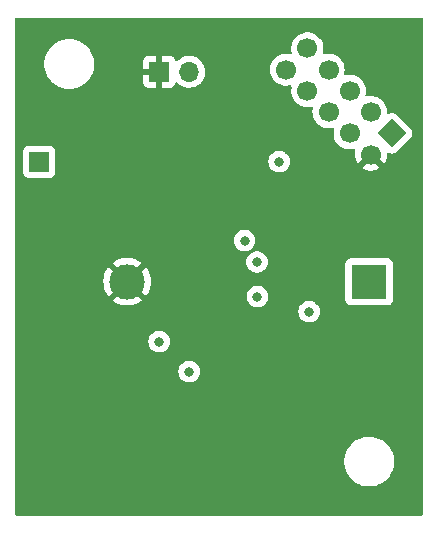
<source format=gbr>
%TF.GenerationSoftware,KiCad,Pcbnew,6.0.9-8da3e8f707~117~ubuntu22.04.1*%
%TF.CreationDate,2022-11-29T09:47:06-05:00*%
%TF.ProjectId,RFTransmitterV3,52465472-616e-4736-9d69-747465725633,rev?*%
%TF.SameCoordinates,Original*%
%TF.FileFunction,Copper,L2,Inr*%
%TF.FilePolarity,Positive*%
%FSLAX46Y46*%
G04 Gerber Fmt 4.6, Leading zero omitted, Abs format (unit mm)*
G04 Created by KiCad (PCBNEW 6.0.9-8da3e8f707~117~ubuntu22.04.1) date 2022-11-29 09:47:06*
%MOMM*%
%LPD*%
G01*
G04 APERTURE LIST*
G04 Aperture macros list*
%AMHorizOval*
0 Thick line with rounded ends*
0 $1 width*
0 $2 $3 position (X,Y) of the first rounded end (center of the circle)*
0 $4 $5 position (X,Y) of the second rounded end (center of the circle)*
0 Add line between two ends*
20,1,$1,$2,$3,$4,$5,0*
0 Add two circle primitives to create the rounded ends*
1,1,$1,$2,$3*
1,1,$1,$4,$5*%
%AMRotRect*
0 Rectangle, with rotation*
0 The origin of the aperture is its center*
0 $1 length*
0 $2 width*
0 $3 Rotation angle, in degrees counterclockwise*
0 Add horizontal line*
21,1,$1,$2,0,0,$3*%
G04 Aperture macros list end*
%TA.AperFunction,ComponentPad*%
%ADD10RotRect,1.700000X1.700000X225.000000*%
%TD*%
%TA.AperFunction,ComponentPad*%
%ADD11HorizOval,1.700000X0.000000X0.000000X0.000000X0.000000X0*%
%TD*%
%TA.AperFunction,ComponentPad*%
%ADD12R,1.700000X1.700000*%
%TD*%
%TA.AperFunction,ComponentPad*%
%ADD13O,1.700000X1.700000*%
%TD*%
%TA.AperFunction,ComponentPad*%
%ADD14R,3.000000X3.000000*%
%TD*%
%TA.AperFunction,ComponentPad*%
%ADD15C,3.000000*%
%TD*%
%TA.AperFunction,ViaPad*%
%ADD16C,0.800000*%
%TD*%
G04 APERTURE END LIST*
D10*
%TO.N,unconnected-(J1-Pad1)*%
%TO.C,PROG*%
X151810129Y-73807006D03*
D11*
%TO.N,GND*%
X150014078Y-75603057D03*
%TO.N,unconnected-(J1-Pad3)*%
X150014078Y-72010955D03*
%TO.N,/C2DAT*%
X148218027Y-73807006D03*
%TO.N,unconnected-(J1-Pad5)*%
X148218027Y-70214904D03*
%TO.N,unconnected-(J1-Pad6)*%
X146421975Y-72010955D03*
%TO.N,/C2CLK*%
X146421975Y-68418852D03*
%TO.N,unconnected-(J1-Pad8)*%
X144625924Y-70214904D03*
%TO.N,unconnected-(J1-Pad9)*%
X144625924Y-66622801D03*
%TO.N,unconnected-(J1-Pad10)*%
X142829873Y-68418852D03*
%TD*%
D12*
%TO.N,GND*%
%TO.C,J3*%
X132080000Y-68580000D03*
D13*
%TO.N,/VPP*%
X134620000Y-68580000D03*
%TD*%
D12*
%TO.N,Net-(AE1-Pad1)*%
%TO.C,AE1*%
X121920000Y-76200000D03*
%TD*%
D14*
%TO.N,+3V3*%
%TO.C,BT1*%
X149860000Y-86360000D03*
D15*
%TO.N,GND*%
X129370000Y-86360000D03*
%TD*%
D16*
%TO.N,+3V3*%
X134620000Y-93980000D03*
%TO.N,GND*%
X152400000Y-91440000D03*
X134620000Y-83820000D03*
%TO.N,/C2CLK*%
X140391683Y-87628048D03*
%TO.N,/C2DAT*%
X144780000Y-88900000D03*
%TO.N,GPIO3*%
X142240000Y-76200000D03*
X140361215Y-84695664D03*
%TO.N,GPIO8*%
X132080000Y-91440000D03*
X139306844Y-82890723D03*
%TD*%
%TA.AperFunction,Conductor*%
%TO.N,GND*%
G36*
X154373621Y-64028502D02*
G01*
X154420114Y-64082158D01*
X154431500Y-64134500D01*
X154431500Y-106045500D01*
X154411498Y-106113621D01*
X154357842Y-106160114D01*
X154305500Y-106171500D01*
X120014500Y-106171500D01*
X119946379Y-106151498D01*
X119899886Y-106097842D01*
X119888500Y-106045500D01*
X119888500Y-101732703D01*
X147750743Y-101732703D01*
X147788268Y-102017734D01*
X147864129Y-102295036D01*
X147976923Y-102559476D01*
X148124561Y-102806161D01*
X148304313Y-103030528D01*
X148512851Y-103228423D01*
X148746317Y-103396186D01*
X148750112Y-103398195D01*
X148750113Y-103398196D01*
X148771869Y-103409715D01*
X149000392Y-103530712D01*
X149270373Y-103629511D01*
X149551264Y-103690755D01*
X149579841Y-103693004D01*
X149774282Y-103708307D01*
X149774291Y-103708307D01*
X149776739Y-103708500D01*
X149932271Y-103708500D01*
X149934407Y-103708354D01*
X149934418Y-103708354D01*
X150142548Y-103694165D01*
X150142554Y-103694164D01*
X150146825Y-103693873D01*
X150151020Y-103693004D01*
X150151022Y-103693004D01*
X150287584Y-103664723D01*
X150428342Y-103635574D01*
X150699343Y-103539607D01*
X150954812Y-103407750D01*
X150958313Y-103405289D01*
X150958317Y-103405287D01*
X151072417Y-103325096D01*
X151190023Y-103242441D01*
X151400622Y-103046740D01*
X151582713Y-102824268D01*
X151732927Y-102579142D01*
X151848483Y-102315898D01*
X151927244Y-102039406D01*
X151967751Y-101754784D01*
X151967845Y-101736951D01*
X151969235Y-101471583D01*
X151969235Y-101471576D01*
X151969257Y-101467297D01*
X151931732Y-101182266D01*
X151855871Y-100904964D01*
X151743077Y-100640524D01*
X151595439Y-100393839D01*
X151415687Y-100169472D01*
X151207149Y-99971577D01*
X150973683Y-99803814D01*
X150951843Y-99792250D01*
X150928654Y-99779972D01*
X150719608Y-99669288D01*
X150449627Y-99570489D01*
X150168736Y-99509245D01*
X150137685Y-99506801D01*
X149945718Y-99491693D01*
X149945709Y-99491693D01*
X149943261Y-99491500D01*
X149787729Y-99491500D01*
X149785593Y-99491646D01*
X149785582Y-99491646D01*
X149577452Y-99505835D01*
X149577446Y-99505836D01*
X149573175Y-99506127D01*
X149568980Y-99506996D01*
X149568978Y-99506996D01*
X149432416Y-99535277D01*
X149291658Y-99564426D01*
X149020657Y-99660393D01*
X148765188Y-99792250D01*
X148761687Y-99794711D01*
X148761683Y-99794713D01*
X148751594Y-99801804D01*
X148529977Y-99957559D01*
X148319378Y-100153260D01*
X148137287Y-100375732D01*
X147987073Y-100620858D01*
X147871517Y-100884102D01*
X147792756Y-101160594D01*
X147752249Y-101445216D01*
X147752227Y-101449505D01*
X147752226Y-101449512D01*
X147750765Y-101728417D01*
X147750743Y-101732703D01*
X119888500Y-101732703D01*
X119888500Y-93980000D01*
X133706496Y-93980000D01*
X133726458Y-94169928D01*
X133785473Y-94351556D01*
X133880960Y-94516944D01*
X134008747Y-94658866D01*
X134163248Y-94771118D01*
X134169276Y-94773802D01*
X134169278Y-94773803D01*
X134331681Y-94846109D01*
X134337712Y-94848794D01*
X134431113Y-94868647D01*
X134518056Y-94887128D01*
X134518061Y-94887128D01*
X134524513Y-94888500D01*
X134715487Y-94888500D01*
X134721939Y-94887128D01*
X134721944Y-94887128D01*
X134808888Y-94868647D01*
X134902288Y-94848794D01*
X134908319Y-94846109D01*
X135070722Y-94773803D01*
X135070724Y-94773802D01*
X135076752Y-94771118D01*
X135231253Y-94658866D01*
X135359040Y-94516944D01*
X135454527Y-94351556D01*
X135513542Y-94169928D01*
X135533504Y-93980000D01*
X135513542Y-93790072D01*
X135454527Y-93608444D01*
X135359040Y-93443056D01*
X135231253Y-93301134D01*
X135076752Y-93188882D01*
X135070724Y-93186198D01*
X135070722Y-93186197D01*
X134908319Y-93113891D01*
X134908318Y-93113891D01*
X134902288Y-93111206D01*
X134808887Y-93091353D01*
X134721944Y-93072872D01*
X134721939Y-93072872D01*
X134715487Y-93071500D01*
X134524513Y-93071500D01*
X134518061Y-93072872D01*
X134518056Y-93072872D01*
X134431113Y-93091353D01*
X134337712Y-93111206D01*
X134331682Y-93113891D01*
X134331681Y-93113891D01*
X134169278Y-93186197D01*
X134169276Y-93186198D01*
X134163248Y-93188882D01*
X134008747Y-93301134D01*
X133880960Y-93443056D01*
X133785473Y-93608444D01*
X133726458Y-93790072D01*
X133706496Y-93980000D01*
X119888500Y-93980000D01*
X119888500Y-91440000D01*
X131166496Y-91440000D01*
X131186458Y-91629928D01*
X131245473Y-91811556D01*
X131340960Y-91976944D01*
X131468747Y-92118866D01*
X131623248Y-92231118D01*
X131629276Y-92233802D01*
X131629278Y-92233803D01*
X131791681Y-92306109D01*
X131797712Y-92308794D01*
X131891112Y-92328647D01*
X131978056Y-92347128D01*
X131978061Y-92347128D01*
X131984513Y-92348500D01*
X132175487Y-92348500D01*
X132181939Y-92347128D01*
X132181944Y-92347128D01*
X132268888Y-92328647D01*
X132362288Y-92308794D01*
X132368319Y-92306109D01*
X132530722Y-92233803D01*
X132530724Y-92233802D01*
X132536752Y-92231118D01*
X132691253Y-92118866D01*
X132819040Y-91976944D01*
X132914527Y-91811556D01*
X132973542Y-91629928D01*
X132993504Y-91440000D01*
X132973542Y-91250072D01*
X132914527Y-91068444D01*
X132819040Y-90903056D01*
X132691253Y-90761134D01*
X132536752Y-90648882D01*
X132530724Y-90646198D01*
X132530722Y-90646197D01*
X132368319Y-90573891D01*
X132368318Y-90573891D01*
X132362288Y-90571206D01*
X132268887Y-90551353D01*
X132181944Y-90532872D01*
X132181939Y-90532872D01*
X132175487Y-90531500D01*
X131984513Y-90531500D01*
X131978061Y-90532872D01*
X131978056Y-90532872D01*
X131891113Y-90551353D01*
X131797712Y-90571206D01*
X131791682Y-90573891D01*
X131791681Y-90573891D01*
X131629278Y-90646197D01*
X131629276Y-90646198D01*
X131623248Y-90648882D01*
X131468747Y-90761134D01*
X131340960Y-90903056D01*
X131245473Y-91068444D01*
X131186458Y-91250072D01*
X131166496Y-91440000D01*
X119888500Y-91440000D01*
X119888500Y-88900000D01*
X143866496Y-88900000D01*
X143886458Y-89089928D01*
X143945473Y-89271556D01*
X144040960Y-89436944D01*
X144168747Y-89578866D01*
X144323248Y-89691118D01*
X144329276Y-89693802D01*
X144329278Y-89693803D01*
X144491681Y-89766109D01*
X144497712Y-89768794D01*
X144591112Y-89788647D01*
X144678056Y-89807128D01*
X144678061Y-89807128D01*
X144684513Y-89808500D01*
X144875487Y-89808500D01*
X144881939Y-89807128D01*
X144881944Y-89807128D01*
X144968887Y-89788647D01*
X145062288Y-89768794D01*
X145068319Y-89766109D01*
X145230722Y-89693803D01*
X145230724Y-89693802D01*
X145236752Y-89691118D01*
X145391253Y-89578866D01*
X145519040Y-89436944D01*
X145614527Y-89271556D01*
X145673542Y-89089928D01*
X145693504Y-88900000D01*
X145673542Y-88710072D01*
X145614527Y-88528444D01*
X145519040Y-88363056D01*
X145466973Y-88305229D01*
X145395675Y-88226045D01*
X145395674Y-88226044D01*
X145391253Y-88221134D01*
X145292157Y-88149136D01*
X145242094Y-88112763D01*
X145242093Y-88112762D01*
X145236752Y-88108882D01*
X145230724Y-88106198D01*
X145230722Y-88106197D01*
X145068319Y-88033891D01*
X145068318Y-88033891D01*
X145062288Y-88031206D01*
X144940538Y-88005327D01*
X144881944Y-87992872D01*
X144881939Y-87992872D01*
X144875487Y-87991500D01*
X144684513Y-87991500D01*
X144678061Y-87992872D01*
X144678056Y-87992872D01*
X144619462Y-88005327D01*
X144497712Y-88031206D01*
X144491682Y-88033891D01*
X144491681Y-88033891D01*
X144329278Y-88106197D01*
X144329276Y-88106198D01*
X144323248Y-88108882D01*
X144317907Y-88112762D01*
X144317906Y-88112763D01*
X144267843Y-88149136D01*
X144168747Y-88221134D01*
X144164326Y-88226044D01*
X144164325Y-88226045D01*
X144093028Y-88305229D01*
X144040960Y-88363056D01*
X143945473Y-88528444D01*
X143886458Y-88710072D01*
X143866496Y-88900000D01*
X119888500Y-88900000D01*
X119888500Y-87949654D01*
X128145618Y-87949654D01*
X128152673Y-87959627D01*
X128183679Y-87985551D01*
X128190598Y-87990579D01*
X128415272Y-88131515D01*
X128422807Y-88135556D01*
X128664520Y-88244694D01*
X128672551Y-88247680D01*
X128926832Y-88323002D01*
X128935184Y-88324869D01*
X129197340Y-88364984D01*
X129205874Y-88365700D01*
X129471045Y-88369867D01*
X129479596Y-88369418D01*
X129742883Y-88337557D01*
X129751284Y-88335955D01*
X130007824Y-88268653D01*
X130015926Y-88265926D01*
X130260949Y-88164434D01*
X130268617Y-88160628D01*
X130497598Y-88026822D01*
X130504679Y-88022009D01*
X130584655Y-87959301D01*
X130593125Y-87947442D01*
X130586608Y-87935818D01*
X130278838Y-87628048D01*
X139478179Y-87628048D01*
X139498141Y-87817976D01*
X139557156Y-87999604D01*
X139560459Y-88005326D01*
X139560460Y-88005327D01*
X139572870Y-88026822D01*
X139652643Y-88164992D01*
X139657061Y-88169899D01*
X139657062Y-88169900D01*
X139743524Y-88265926D01*
X139780430Y-88306914D01*
X139934931Y-88419166D01*
X139940959Y-88421850D01*
X139940961Y-88421851D01*
X140103364Y-88494157D01*
X140109395Y-88496842D01*
X140202796Y-88516695D01*
X140289739Y-88535176D01*
X140289744Y-88535176D01*
X140296196Y-88536548D01*
X140487170Y-88536548D01*
X140493622Y-88535176D01*
X140493627Y-88535176D01*
X140580570Y-88516695D01*
X140673971Y-88496842D01*
X140680002Y-88494157D01*
X140842405Y-88421851D01*
X140842407Y-88421850D01*
X140848435Y-88419166D01*
X141002936Y-88306914D01*
X141039842Y-88265926D01*
X141126304Y-88169900D01*
X141126305Y-88169899D01*
X141130723Y-88164992D01*
X141210496Y-88026822D01*
X141222906Y-88005327D01*
X141222907Y-88005326D01*
X141226210Y-87999604D01*
X141255931Y-87908134D01*
X147851500Y-87908134D01*
X147858255Y-87970316D01*
X147909385Y-88106705D01*
X147996739Y-88223261D01*
X148113295Y-88310615D01*
X148249684Y-88361745D01*
X148311866Y-88368500D01*
X151408134Y-88368500D01*
X151470316Y-88361745D01*
X151606705Y-88310615D01*
X151723261Y-88223261D01*
X151810615Y-88106705D01*
X151861745Y-87970316D01*
X151868500Y-87908134D01*
X151868500Y-84811866D01*
X151861745Y-84749684D01*
X151810615Y-84613295D01*
X151723261Y-84496739D01*
X151606705Y-84409385D01*
X151470316Y-84358255D01*
X151408134Y-84351500D01*
X148311866Y-84351500D01*
X148249684Y-84358255D01*
X148113295Y-84409385D01*
X147996739Y-84496739D01*
X147909385Y-84613295D01*
X147858255Y-84749684D01*
X147851500Y-84811866D01*
X147851500Y-87908134D01*
X141255931Y-87908134D01*
X141285225Y-87817976D01*
X141305187Y-87628048D01*
X141285225Y-87438120D01*
X141226210Y-87256492D01*
X141130723Y-87091104D01*
X141002936Y-86949182D01*
X140848435Y-86836930D01*
X140842407Y-86834246D01*
X140842405Y-86834245D01*
X140680002Y-86761939D01*
X140680001Y-86761939D01*
X140673971Y-86759254D01*
X140580571Y-86739401D01*
X140493627Y-86720920D01*
X140493622Y-86720920D01*
X140487170Y-86719548D01*
X140296196Y-86719548D01*
X140289744Y-86720920D01*
X140289739Y-86720920D01*
X140202795Y-86739401D01*
X140109395Y-86759254D01*
X140103365Y-86761939D01*
X140103364Y-86761939D01*
X139940961Y-86834245D01*
X139940959Y-86834246D01*
X139934931Y-86836930D01*
X139780430Y-86949182D01*
X139652643Y-87091104D01*
X139557156Y-87256492D01*
X139498141Y-87438120D01*
X139478179Y-87628048D01*
X130278838Y-87628048D01*
X129382812Y-86732022D01*
X129368868Y-86724408D01*
X129367035Y-86724539D01*
X129360420Y-86728790D01*
X128152910Y-87936300D01*
X128145618Y-87949654D01*
X119888500Y-87949654D01*
X119888500Y-86343204D01*
X127357665Y-86343204D01*
X127372932Y-86607969D01*
X127374005Y-86616470D01*
X127425065Y-86876722D01*
X127427276Y-86884974D01*
X127513184Y-87135894D01*
X127516499Y-87143779D01*
X127635664Y-87380713D01*
X127640020Y-87388079D01*
X127769347Y-87576250D01*
X127779601Y-87584594D01*
X127793342Y-87577448D01*
X128997978Y-86372812D01*
X129004356Y-86361132D01*
X129734408Y-86361132D01*
X129734539Y-86362965D01*
X129738790Y-86369580D01*
X130945730Y-87576520D01*
X130957939Y-87583187D01*
X130969439Y-87574497D01*
X131066831Y-87441913D01*
X131071418Y-87434685D01*
X131197962Y-87201621D01*
X131201530Y-87193827D01*
X131295271Y-86945750D01*
X131297748Y-86937544D01*
X131356954Y-86679038D01*
X131358294Y-86670577D01*
X131382031Y-86404616D01*
X131382277Y-86399677D01*
X131382666Y-86362485D01*
X131382523Y-86357519D01*
X131364362Y-86091123D01*
X131363201Y-86082649D01*
X131309419Y-85822944D01*
X131307120Y-85814709D01*
X131218588Y-85564705D01*
X131215191Y-85556854D01*
X131093550Y-85321178D01*
X131089122Y-85313866D01*
X130970031Y-85144417D01*
X130959509Y-85136037D01*
X130946121Y-85143089D01*
X129742022Y-86347188D01*
X129734408Y-86361132D01*
X129004356Y-86361132D01*
X129005592Y-86358868D01*
X129005461Y-86357035D01*
X129001210Y-86350420D01*
X127793814Y-85143024D01*
X127781804Y-85136466D01*
X127770064Y-85145434D01*
X127661935Y-85295911D01*
X127657418Y-85303196D01*
X127533325Y-85537567D01*
X127529839Y-85545395D01*
X127438700Y-85794446D01*
X127436311Y-85802670D01*
X127379812Y-86061795D01*
X127378563Y-86070250D01*
X127357754Y-86334653D01*
X127357665Y-86343204D01*
X119888500Y-86343204D01*
X119888500Y-84772500D01*
X128146584Y-84772500D01*
X128152980Y-84783770D01*
X129357188Y-85987978D01*
X129371132Y-85995592D01*
X129372965Y-85995461D01*
X129379580Y-85991210D01*
X130586604Y-84784186D01*
X130593795Y-84771017D01*
X130586473Y-84760780D01*
X130539233Y-84722115D01*
X130532261Y-84717160D01*
X130497183Y-84695664D01*
X139447711Y-84695664D01*
X139448401Y-84702229D01*
X139454513Y-84760377D01*
X139467673Y-84885592D01*
X139526688Y-85067220D01*
X139622175Y-85232608D01*
X139749962Y-85374530D01*
X139904463Y-85486782D01*
X139910491Y-85489466D01*
X139910493Y-85489467D01*
X140061848Y-85556854D01*
X140078927Y-85564458D01*
X140172327Y-85584311D01*
X140259271Y-85602792D01*
X140259276Y-85602792D01*
X140265728Y-85604164D01*
X140456702Y-85604164D01*
X140463154Y-85602792D01*
X140463159Y-85602792D01*
X140550102Y-85584311D01*
X140643503Y-85564458D01*
X140660582Y-85556854D01*
X140811937Y-85489467D01*
X140811939Y-85489466D01*
X140817967Y-85486782D01*
X140972468Y-85374530D01*
X141100255Y-85232608D01*
X141195742Y-85067220D01*
X141254757Y-84885592D01*
X141267918Y-84760377D01*
X141274029Y-84702229D01*
X141274719Y-84695664D01*
X141274029Y-84689099D01*
X141255447Y-84512299D01*
X141255447Y-84512297D01*
X141254757Y-84505736D01*
X141195742Y-84324108D01*
X141100255Y-84158720D01*
X140972468Y-84016798D01*
X140817967Y-83904546D01*
X140811939Y-83901862D01*
X140811937Y-83901861D01*
X140649534Y-83829555D01*
X140649533Y-83829555D01*
X140643503Y-83826870D01*
X140550103Y-83807017D01*
X140463159Y-83788536D01*
X140463154Y-83788536D01*
X140456702Y-83787164D01*
X140265728Y-83787164D01*
X140259276Y-83788536D01*
X140259271Y-83788536D01*
X140172327Y-83807017D01*
X140078927Y-83826870D01*
X140072897Y-83829555D01*
X140072896Y-83829555D01*
X139910493Y-83901861D01*
X139910491Y-83901862D01*
X139904463Y-83904546D01*
X139749962Y-84016798D01*
X139622175Y-84158720D01*
X139526688Y-84324108D01*
X139467673Y-84505736D01*
X139466983Y-84512297D01*
X139466983Y-84512299D01*
X139448401Y-84689099D01*
X139447711Y-84695664D01*
X130497183Y-84695664D01*
X130306122Y-84578582D01*
X130298552Y-84574624D01*
X130055704Y-84468022D01*
X130047644Y-84465120D01*
X129792592Y-84392467D01*
X129784214Y-84390685D01*
X129521656Y-84353318D01*
X129513111Y-84352691D01*
X129247908Y-84351302D01*
X129239374Y-84351839D01*
X128976433Y-84386456D01*
X128968035Y-84388149D01*
X128712238Y-84458127D01*
X128704143Y-84460946D01*
X128460199Y-84564997D01*
X128452577Y-84568881D01*
X128225013Y-84705075D01*
X128217981Y-84709962D01*
X128155053Y-84760377D01*
X128146584Y-84772500D01*
X119888500Y-84772500D01*
X119888500Y-82890723D01*
X138393340Y-82890723D01*
X138413302Y-83080651D01*
X138472317Y-83262279D01*
X138567804Y-83427667D01*
X138695591Y-83569589D01*
X138850092Y-83681841D01*
X138856120Y-83684525D01*
X138856122Y-83684526D01*
X139018525Y-83756832D01*
X139024556Y-83759517D01*
X139117957Y-83779370D01*
X139204900Y-83797851D01*
X139204905Y-83797851D01*
X139211357Y-83799223D01*
X139402331Y-83799223D01*
X139408783Y-83797851D01*
X139408788Y-83797851D01*
X139495731Y-83779370D01*
X139589132Y-83759517D01*
X139595163Y-83756832D01*
X139757566Y-83684526D01*
X139757568Y-83684525D01*
X139763596Y-83681841D01*
X139918097Y-83569589D01*
X140045884Y-83427667D01*
X140141371Y-83262279D01*
X140200386Y-83080651D01*
X140220348Y-82890723D01*
X140200386Y-82700795D01*
X140141371Y-82519167D01*
X140045884Y-82353779D01*
X139918097Y-82211857D01*
X139763596Y-82099605D01*
X139757568Y-82096921D01*
X139757566Y-82096920D01*
X139595163Y-82024614D01*
X139595162Y-82024614D01*
X139589132Y-82021929D01*
X139495731Y-82002076D01*
X139408788Y-81983595D01*
X139408783Y-81983595D01*
X139402331Y-81982223D01*
X139211357Y-81982223D01*
X139204905Y-81983595D01*
X139204900Y-81983595D01*
X139117957Y-82002076D01*
X139024556Y-82021929D01*
X139018526Y-82024614D01*
X139018525Y-82024614D01*
X138856122Y-82096920D01*
X138856120Y-82096921D01*
X138850092Y-82099605D01*
X138695591Y-82211857D01*
X138567804Y-82353779D01*
X138472317Y-82519167D01*
X138413302Y-82700795D01*
X138393340Y-82890723D01*
X119888500Y-82890723D01*
X119888500Y-77098134D01*
X120561500Y-77098134D01*
X120568255Y-77160316D01*
X120619385Y-77296705D01*
X120706739Y-77413261D01*
X120823295Y-77500615D01*
X120959684Y-77551745D01*
X121021866Y-77558500D01*
X122818134Y-77558500D01*
X122880316Y-77551745D01*
X123016705Y-77500615D01*
X123133261Y-77413261D01*
X123220615Y-77296705D01*
X123271745Y-77160316D01*
X123278500Y-77098134D01*
X123278500Y-76200000D01*
X141326496Y-76200000D01*
X141327186Y-76206565D01*
X141342716Y-76354321D01*
X141346458Y-76389928D01*
X141405473Y-76571556D01*
X141500960Y-76736944D01*
X141505378Y-76741851D01*
X141505379Y-76741852D01*
X141624325Y-76873955D01*
X141628747Y-76878866D01*
X141783248Y-76991118D01*
X141789276Y-76993802D01*
X141789278Y-76993803D01*
X141951681Y-77066109D01*
X141957712Y-77068794D01*
X142051113Y-77088647D01*
X142138056Y-77107128D01*
X142138061Y-77107128D01*
X142144513Y-77108500D01*
X142335487Y-77108500D01*
X142341939Y-77107128D01*
X142341944Y-77107128D01*
X142428887Y-77088647D01*
X142522288Y-77068794D01*
X142528319Y-77066109D01*
X142690722Y-76993803D01*
X142690724Y-76993802D01*
X142696752Y-76991118D01*
X142851253Y-76878866D01*
X142855675Y-76873955D01*
X142974621Y-76741852D01*
X142974622Y-76741851D01*
X142979040Y-76736944D01*
X142984256Y-76727910D01*
X149254055Y-76727910D01*
X149259336Y-76734964D01*
X149420834Y-76829336D01*
X149430120Y-76833786D01*
X149629079Y-76909760D01*
X149638977Y-76912636D01*
X149847673Y-76955095D01*
X149857901Y-76956314D01*
X150070728Y-76964119D01*
X150081014Y-76963652D01*
X150292263Y-76936591D01*
X150302340Y-76934449D01*
X150506333Y-76873248D01*
X150515920Y-76869490D01*
X150707176Y-76775795D01*
X150716022Y-76770522D01*
X150763325Y-76736780D01*
X150771726Y-76726080D01*
X150764738Y-76712927D01*
X150026890Y-75975079D01*
X150012946Y-75967465D01*
X150011113Y-75967596D01*
X150004498Y-75971847D01*
X149260815Y-76715530D01*
X149254055Y-76727910D01*
X142984256Y-76727910D01*
X143074527Y-76571556D01*
X143133542Y-76389928D01*
X143137285Y-76354321D01*
X143152814Y-76206565D01*
X143153504Y-76200000D01*
X143133542Y-76010072D01*
X143074527Y-75828444D01*
X142979040Y-75663056D01*
X142851253Y-75521134D01*
X142742170Y-75441880D01*
X142702094Y-75412763D01*
X142702093Y-75412762D01*
X142696752Y-75408882D01*
X142690724Y-75406198D01*
X142690722Y-75406197D01*
X142528319Y-75333891D01*
X142528318Y-75333891D01*
X142522288Y-75331206D01*
X142400331Y-75305283D01*
X142341944Y-75292872D01*
X142341939Y-75292872D01*
X142335487Y-75291500D01*
X142144513Y-75291500D01*
X142138061Y-75292872D01*
X142138056Y-75292872D01*
X142079669Y-75305283D01*
X141957712Y-75331206D01*
X141951682Y-75333891D01*
X141951681Y-75333891D01*
X141789278Y-75406197D01*
X141789276Y-75406198D01*
X141783248Y-75408882D01*
X141777907Y-75412762D01*
X141777906Y-75412763D01*
X141737830Y-75441880D01*
X141628747Y-75521134D01*
X141500960Y-75663056D01*
X141405473Y-75828444D01*
X141346458Y-76010072D01*
X141326496Y-76200000D01*
X123278500Y-76200000D01*
X123278500Y-75301866D01*
X123271745Y-75239684D01*
X123220615Y-75103295D01*
X123133261Y-74986739D01*
X123016705Y-74899385D01*
X122880316Y-74848255D01*
X122818134Y-74841500D01*
X121021866Y-74841500D01*
X120959684Y-74848255D01*
X120823295Y-74899385D01*
X120706739Y-74986739D01*
X120619385Y-75103295D01*
X120568255Y-75239684D01*
X120561500Y-75301866D01*
X120561500Y-77098134D01*
X119888500Y-77098134D01*
X119888500Y-68077703D01*
X122350743Y-68077703D01*
X122351302Y-68081947D01*
X122351302Y-68081951D01*
X122361372Y-68158440D01*
X122388268Y-68362734D01*
X122464129Y-68640036D01*
X122465813Y-68643984D01*
X122573723Y-68896973D01*
X122576923Y-68904476D01*
X122617066Y-68971550D01*
X122680180Y-69077005D01*
X122724561Y-69151161D01*
X122904313Y-69375528D01*
X122924475Y-69394661D01*
X123097602Y-69558952D01*
X123112851Y-69573423D01*
X123346317Y-69741186D01*
X123350112Y-69743195D01*
X123350113Y-69743196D01*
X123368397Y-69752877D01*
X123600392Y-69875712D01*
X123699234Y-69911883D01*
X123815677Y-69954495D01*
X123870373Y-69974511D01*
X124151264Y-70035755D01*
X124179841Y-70038004D01*
X124374282Y-70053307D01*
X124374291Y-70053307D01*
X124376739Y-70053500D01*
X124532271Y-70053500D01*
X124534407Y-70053354D01*
X124534418Y-70053354D01*
X124742548Y-70039165D01*
X124742554Y-70039164D01*
X124746825Y-70038873D01*
X124751020Y-70038004D01*
X124751022Y-70038004D01*
X124946966Y-69997426D01*
X125028342Y-69980574D01*
X125299343Y-69884607D01*
X125502115Y-69779949D01*
X125551005Y-69754715D01*
X125551006Y-69754715D01*
X125554812Y-69752750D01*
X125558313Y-69750289D01*
X125558317Y-69750287D01*
X125687897Y-69659216D01*
X125790023Y-69587441D01*
X125911380Y-69474669D01*
X130722001Y-69474669D01*
X130722371Y-69481490D01*
X130727895Y-69532352D01*
X130731521Y-69547604D01*
X130776676Y-69668054D01*
X130785214Y-69683649D01*
X130861715Y-69785724D01*
X130874276Y-69798285D01*
X130976351Y-69874786D01*
X130991946Y-69883324D01*
X131112394Y-69928478D01*
X131127649Y-69932105D01*
X131178514Y-69937631D01*
X131185328Y-69938000D01*
X131807885Y-69938000D01*
X131823124Y-69933525D01*
X131824329Y-69932135D01*
X131826000Y-69924452D01*
X131826000Y-69919884D01*
X132334000Y-69919884D01*
X132338475Y-69935123D01*
X132339865Y-69936328D01*
X132347548Y-69937999D01*
X132974669Y-69937999D01*
X132981490Y-69937629D01*
X133032352Y-69932105D01*
X133047604Y-69928479D01*
X133168054Y-69883324D01*
X133183649Y-69874786D01*
X133285724Y-69798285D01*
X133298285Y-69785724D01*
X133374786Y-69683649D01*
X133383324Y-69668054D01*
X133424225Y-69558952D01*
X133466867Y-69502188D01*
X133533428Y-69477488D01*
X133602777Y-69492696D01*
X133637444Y-69520684D01*
X133662865Y-69550031D01*
X133662869Y-69550035D01*
X133666250Y-69553938D01*
X133838126Y-69696632D01*
X134031000Y-69809338D01*
X134239692Y-69889030D01*
X134244760Y-69890061D01*
X134244763Y-69890062D01*
X134352017Y-69911883D01*
X134458597Y-69933567D01*
X134463772Y-69933757D01*
X134463774Y-69933757D01*
X134676673Y-69941564D01*
X134676677Y-69941564D01*
X134681837Y-69941753D01*
X134686957Y-69941097D01*
X134686959Y-69941097D01*
X134898288Y-69914025D01*
X134898289Y-69914025D01*
X134903416Y-69913368D01*
X134908366Y-69911883D01*
X135112429Y-69850661D01*
X135112434Y-69850659D01*
X135117384Y-69849174D01*
X135317994Y-69750896D01*
X135499860Y-69621173D01*
X135531239Y-69589904D01*
X135600701Y-69520684D01*
X135658096Y-69463489D01*
X135723704Y-69372186D01*
X135785435Y-69286277D01*
X135788453Y-69282077D01*
X135815258Y-69227842D01*
X135885136Y-69086453D01*
X135885137Y-69086451D01*
X135887430Y-69081811D01*
X135921513Y-68969632D01*
X135950865Y-68873023D01*
X135950865Y-68873021D01*
X135952370Y-68868069D01*
X135981529Y-68646590D01*
X135983156Y-68580000D01*
X135967169Y-68385547D01*
X141467124Y-68385547D01*
X141467421Y-68390700D01*
X141467421Y-68390703D01*
X141478142Y-68576646D01*
X141479983Y-68608567D01*
X141481120Y-68613613D01*
X141481121Y-68613619D01*
X141500992Y-68701791D01*
X141529095Y-68826491D01*
X141613139Y-69033468D01*
X141641349Y-69079502D01*
X141724230Y-69214752D01*
X141729860Y-69223940D01*
X141876123Y-69392790D01*
X142047999Y-69535484D01*
X142240873Y-69648190D01*
X142245698Y-69650032D01*
X142245699Y-69650033D01*
X142292891Y-69668054D01*
X142449565Y-69727882D01*
X142454633Y-69728913D01*
X142454636Y-69728914D01*
X142559688Y-69750287D01*
X142668470Y-69772419D01*
X142673645Y-69772609D01*
X142673647Y-69772609D01*
X142886546Y-69780416D01*
X142886550Y-69780416D01*
X142891710Y-69780605D01*
X142896830Y-69779949D01*
X142896832Y-69779949D01*
X143108161Y-69752877D01*
X143108162Y-69752877D01*
X143113289Y-69752220D01*
X143118240Y-69750735D01*
X143118243Y-69750734D01*
X143146742Y-69742184D01*
X143217737Y-69741768D01*
X143277688Y-69779800D01*
X143307559Y-69844207D01*
X143304366Y-69896541D01*
X143286913Y-69959474D01*
X143263175Y-70181599D01*
X143263472Y-70186752D01*
X143263472Y-70186755D01*
X143268935Y-70281494D01*
X143276034Y-70404619D01*
X143277171Y-70409665D01*
X143277172Y-70409671D01*
X143297043Y-70497843D01*
X143325146Y-70622543D01*
X143409190Y-70829520D01*
X143411889Y-70833924D01*
X143522243Y-71014006D01*
X143525911Y-71019992D01*
X143672174Y-71188842D01*
X143844050Y-71331536D01*
X144036924Y-71444242D01*
X144041749Y-71446084D01*
X144041750Y-71446085D01*
X144114536Y-71473879D01*
X144245616Y-71523934D01*
X144250684Y-71524965D01*
X144250687Y-71524966D01*
X144313867Y-71537820D01*
X144464521Y-71568471D01*
X144469696Y-71568661D01*
X144469698Y-71568661D01*
X144682597Y-71576468D01*
X144682601Y-71576468D01*
X144687761Y-71576657D01*
X144692881Y-71576001D01*
X144692883Y-71576001D01*
X144904212Y-71548929D01*
X144904213Y-71548929D01*
X144909340Y-71548272D01*
X144914291Y-71546787D01*
X144914294Y-71546786D01*
X144942793Y-71538236D01*
X145013788Y-71537820D01*
X145073739Y-71575852D01*
X145103610Y-71640259D01*
X145100417Y-71692592D01*
X145082964Y-71755525D01*
X145059226Y-71977650D01*
X145059523Y-71982803D01*
X145059523Y-71982806D01*
X145070460Y-72172490D01*
X145072085Y-72200670D01*
X145073222Y-72205716D01*
X145073223Y-72205722D01*
X145093094Y-72293894D01*
X145121197Y-72418594D01*
X145205241Y-72625571D01*
X145321962Y-72816043D01*
X145468225Y-72984893D01*
X145640101Y-73127587D01*
X145832975Y-73240293D01*
X145837800Y-73242135D01*
X145837801Y-73242136D01*
X145910587Y-73269930D01*
X146041667Y-73319985D01*
X146046735Y-73321016D01*
X146046738Y-73321017D01*
X146109918Y-73333871D01*
X146260572Y-73364522D01*
X146265747Y-73364712D01*
X146265749Y-73364712D01*
X146478648Y-73372519D01*
X146478652Y-73372519D01*
X146483812Y-73372708D01*
X146488932Y-73372052D01*
X146488934Y-73372052D01*
X146700263Y-73344980D01*
X146700264Y-73344980D01*
X146705391Y-73344323D01*
X146710343Y-73342837D01*
X146710349Y-73342836D01*
X146738846Y-73334287D01*
X146809841Y-73333871D01*
X146869791Y-73371904D01*
X146899662Y-73436311D01*
X146896469Y-73488643D01*
X146879016Y-73551576D01*
X146855278Y-73773701D01*
X146855575Y-73778854D01*
X146855575Y-73778857D01*
X146865512Y-73951192D01*
X146868137Y-73996721D01*
X146869274Y-74001767D01*
X146869275Y-74001773D01*
X146884020Y-74067200D01*
X146917249Y-74214645D01*
X147001293Y-74421622D01*
X147118014Y-74612094D01*
X147264277Y-74780944D01*
X147436153Y-74923638D01*
X147629027Y-75036344D01*
X147837719Y-75116036D01*
X147842787Y-75117067D01*
X147842790Y-75117068D01*
X147950044Y-75138889D01*
X148056624Y-75160573D01*
X148061799Y-75160763D01*
X148061801Y-75160763D01*
X148274700Y-75168570D01*
X148274704Y-75168570D01*
X148279864Y-75168759D01*
X148284984Y-75168103D01*
X148284986Y-75168103D01*
X148496315Y-75141031D01*
X148496316Y-75141031D01*
X148501443Y-75140374D01*
X148535461Y-75130168D01*
X148606457Y-75129751D01*
X148666407Y-75167784D01*
X148696279Y-75232190D01*
X148693086Y-75284527D01*
X148676941Y-75342742D01*
X148675011Y-75352857D01*
X148652380Y-75564631D01*
X148652128Y-75574920D01*
X148664387Y-75787534D01*
X148665823Y-75797754D01*
X148712643Y-76005503D01*
X148715723Y-76015332D01*
X148795848Y-76212660D01*
X148800491Y-76221851D01*
X148880538Y-76352477D01*
X148890994Y-76361937D01*
X148899772Y-76358153D01*
X149924983Y-75332942D01*
X149987295Y-75298916D01*
X150058110Y-75303981D01*
X150103173Y-75332942D01*
X151124552Y-76354321D01*
X151136562Y-76360880D01*
X151148301Y-76351912D01*
X151179082Y-76309076D01*
X151184393Y-76300237D01*
X151278748Y-76109324D01*
X151282547Y-76099729D01*
X151344454Y-75895972D01*
X151346633Y-75885891D01*
X151374668Y-75672944D01*
X151375187Y-75666269D01*
X151376650Y-75606421D01*
X151376456Y-75599705D01*
X151374464Y-75575474D01*
X151388816Y-75505943D01*
X151438482Y-75455210D01*
X151507691Y-75439382D01*
X151552190Y-75450448D01*
X151657771Y-75498452D01*
X151657774Y-75498453D01*
X151665943Y-75502167D01*
X151674826Y-75503439D01*
X151674829Y-75503440D01*
X151801240Y-75521543D01*
X151810129Y-75522816D01*
X151819018Y-75521543D01*
X151945429Y-75503440D01*
X151945432Y-75503439D01*
X151954315Y-75502167D01*
X152086911Y-75441880D01*
X152093064Y-75436933D01*
X152093067Y-75436931D01*
X152132995Y-75404827D01*
X152135657Y-75402687D01*
X153405810Y-74132534D01*
X153419266Y-74115798D01*
X153440054Y-74089944D01*
X153440056Y-74089941D01*
X153445003Y-74083788D01*
X153472566Y-74023165D01*
X153501576Y-73959361D01*
X153501576Y-73959360D01*
X153505290Y-73951192D01*
X153515928Y-73876914D01*
X153524666Y-73815895D01*
X153525939Y-73807006D01*
X153505290Y-73662820D01*
X153501576Y-73654650D01*
X153448271Y-73537412D01*
X153445003Y-73530224D01*
X153440056Y-73524071D01*
X153440054Y-73524068D01*
X153411573Y-73488646D01*
X153405810Y-73481478D01*
X152135657Y-72211325D01*
X152115977Y-72195502D01*
X152093067Y-72177081D01*
X152093064Y-72177079D01*
X152086911Y-72172132D01*
X151954315Y-72111845D01*
X151945432Y-72110573D01*
X151945429Y-72110572D01*
X151819018Y-72092469D01*
X151810129Y-72091196D01*
X151801240Y-72092469D01*
X151674829Y-72110572D01*
X151674826Y-72110573D01*
X151665943Y-72111845D01*
X151657774Y-72115559D01*
X151657771Y-72115560D01*
X151554521Y-72162504D01*
X151484231Y-72172490D01*
X151419699Y-72142889D01*
X151381416Y-72083099D01*
X151376409Y-72044726D01*
X151377152Y-72014321D01*
X151377152Y-72014316D01*
X151377234Y-72010955D01*
X151358930Y-71788316D01*
X151304509Y-71571657D01*
X151215432Y-71366795D01*
X151100309Y-71188842D01*
X151096900Y-71183572D01*
X151096898Y-71183569D01*
X151094092Y-71179232D01*
X150943748Y-71014006D01*
X150939697Y-71010807D01*
X150939693Y-71010803D01*
X150772492Y-70878755D01*
X150772488Y-70878753D01*
X150768437Y-70875553D01*
X150572867Y-70767593D01*
X150567998Y-70765869D01*
X150567994Y-70765867D01*
X150367165Y-70694750D01*
X150367161Y-70694749D01*
X150362290Y-70693024D01*
X150357197Y-70692117D01*
X150357194Y-70692116D01*
X150147451Y-70654755D01*
X150147445Y-70654754D01*
X150142362Y-70653849D01*
X150068530Y-70652947D01*
X149924159Y-70651183D01*
X149924157Y-70651183D01*
X149918989Y-70651120D01*
X149787173Y-70671291D01*
X149703284Y-70684127D01*
X149703280Y-70684128D01*
X149698169Y-70684910D01*
X149693251Y-70686518D01*
X149692720Y-70686644D01*
X149621818Y-70682973D01*
X149564157Y-70641552D01*
X149538042Y-70575533D01*
X149542961Y-70527449D01*
X149550397Y-70502973D01*
X149579556Y-70281494D01*
X149581183Y-70214904D01*
X149562879Y-69992265D01*
X149508458Y-69775606D01*
X149419381Y-69570744D01*
X149375030Y-69502188D01*
X149300849Y-69387521D01*
X149300847Y-69387518D01*
X149298041Y-69383181D01*
X149147697Y-69217955D01*
X149143646Y-69214756D01*
X149143642Y-69214752D01*
X148976441Y-69082704D01*
X148976437Y-69082702D01*
X148972386Y-69079502D01*
X148776816Y-68971542D01*
X148771947Y-68969818D01*
X148771943Y-68969816D01*
X148571114Y-68898699D01*
X148571110Y-68898698D01*
X148566239Y-68896973D01*
X148561146Y-68896066D01*
X148561143Y-68896065D01*
X148351400Y-68858704D01*
X148351394Y-68858703D01*
X148346311Y-68857798D01*
X148272479Y-68856896D01*
X148128108Y-68855132D01*
X148128106Y-68855132D01*
X148122938Y-68855069D01*
X148023997Y-68870209D01*
X147907232Y-68888076D01*
X147907227Y-68888077D01*
X147902118Y-68888859D01*
X147897204Y-68890465D01*
X147896663Y-68890594D01*
X147825762Y-68886921D01*
X147768101Y-68845499D01*
X147741989Y-68779478D01*
X147746908Y-68731398D01*
X147754345Y-68706921D01*
X147783504Y-68485442D01*
X147785131Y-68418852D01*
X147766827Y-68196213D01*
X147712406Y-67979554D01*
X147623329Y-67774692D01*
X147501989Y-67587129D01*
X147351645Y-67421903D01*
X147347594Y-67418704D01*
X147347590Y-67418700D01*
X147180389Y-67286652D01*
X147180385Y-67286650D01*
X147176334Y-67283450D01*
X146980764Y-67175490D01*
X146975895Y-67173766D01*
X146975891Y-67173764D01*
X146775062Y-67102647D01*
X146775058Y-67102646D01*
X146770187Y-67100921D01*
X146765094Y-67100014D01*
X146765091Y-67100013D01*
X146555348Y-67062652D01*
X146555342Y-67062651D01*
X146550259Y-67061746D01*
X146476427Y-67060844D01*
X146332056Y-67059080D01*
X146332054Y-67059080D01*
X146326886Y-67059017D01*
X146195070Y-67079188D01*
X146111181Y-67092024D01*
X146111177Y-67092025D01*
X146106066Y-67092807D01*
X146101148Y-67094415D01*
X146100617Y-67094541D01*
X146029715Y-67090870D01*
X145972054Y-67049449D01*
X145945939Y-66983430D01*
X145950858Y-66935346D01*
X145958294Y-66910870D01*
X145987453Y-66689391D01*
X145989080Y-66622801D01*
X145970776Y-66400162D01*
X145916355Y-66183503D01*
X145827278Y-65978641D01*
X145745348Y-65851996D01*
X145708746Y-65795418D01*
X145708744Y-65795415D01*
X145705938Y-65791078D01*
X145555594Y-65625852D01*
X145551543Y-65622653D01*
X145551539Y-65622649D01*
X145384338Y-65490601D01*
X145384334Y-65490599D01*
X145380283Y-65487399D01*
X145184713Y-65379439D01*
X145179844Y-65377715D01*
X145179840Y-65377713D01*
X144979011Y-65306596D01*
X144979007Y-65306595D01*
X144974136Y-65304870D01*
X144969043Y-65303963D01*
X144969040Y-65303962D01*
X144759297Y-65266601D01*
X144759291Y-65266600D01*
X144754208Y-65265695D01*
X144680376Y-65264793D01*
X144536005Y-65263029D01*
X144536003Y-65263029D01*
X144530835Y-65262966D01*
X144310015Y-65296756D01*
X144097680Y-65366158D01*
X143899531Y-65469308D01*
X143895398Y-65472411D01*
X143895395Y-65472413D01*
X143871171Y-65490601D01*
X143720889Y-65603436D01*
X143566553Y-65764939D01*
X143563639Y-65769211D01*
X143563638Y-65769212D01*
X143507167Y-65851996D01*
X143440667Y-65949481D01*
X143410585Y-66014288D01*
X143352365Y-66139713D01*
X143346612Y-66152106D01*
X143286913Y-66367371D01*
X143263175Y-66589496D01*
X143263472Y-66594649D01*
X143263472Y-66594652D01*
X143271593Y-66735492D01*
X143276034Y-66812516D01*
X143277171Y-66817562D01*
X143277172Y-66817568D01*
X143306151Y-66946154D01*
X143301615Y-67017006D01*
X143259493Y-67074157D01*
X143193160Y-67099463D01*
X143161138Y-67097902D01*
X142963246Y-67062652D01*
X142963240Y-67062651D01*
X142958157Y-67061746D01*
X142884325Y-67060844D01*
X142739954Y-67059080D01*
X142739952Y-67059080D01*
X142734784Y-67059017D01*
X142513964Y-67092807D01*
X142301629Y-67162209D01*
X142276103Y-67175497D01*
X142125103Y-67254103D01*
X142103480Y-67265359D01*
X142099347Y-67268462D01*
X142099344Y-67268464D01*
X141928973Y-67396382D01*
X141924838Y-67399487D01*
X141921266Y-67403225D01*
X141827385Y-67501466D01*
X141770502Y-67560990D01*
X141767588Y-67565262D01*
X141767587Y-67565263D01*
X141725030Y-67627649D01*
X141644616Y-67745532D01*
X141615597Y-67808049D01*
X141553288Y-67942283D01*
X141550561Y-67948157D01*
X141490862Y-68163422D01*
X141467124Y-68385547D01*
X135967169Y-68385547D01*
X135964852Y-68357361D01*
X135910431Y-68140702D01*
X135821354Y-67935840D01*
X135744203Y-67816583D01*
X135702822Y-67752617D01*
X135702820Y-67752614D01*
X135700014Y-67748277D01*
X135549670Y-67583051D01*
X135545619Y-67579852D01*
X135545615Y-67579848D01*
X135378414Y-67447800D01*
X135378410Y-67447798D01*
X135374359Y-67444598D01*
X135178789Y-67336638D01*
X135173920Y-67334914D01*
X135173916Y-67334912D01*
X134973087Y-67263795D01*
X134973083Y-67263794D01*
X134968212Y-67262069D01*
X134963119Y-67261162D01*
X134963116Y-67261161D01*
X134753373Y-67223800D01*
X134753367Y-67223799D01*
X134748284Y-67222894D01*
X134674452Y-67221992D01*
X134530081Y-67220228D01*
X134530079Y-67220228D01*
X134524911Y-67220165D01*
X134304091Y-67253955D01*
X134091756Y-67323357D01*
X133893607Y-67426507D01*
X133889474Y-67429610D01*
X133889471Y-67429612D01*
X133719469Y-67557253D01*
X133714965Y-67560635D01*
X133711393Y-67564373D01*
X133633898Y-67645466D01*
X133572374Y-67680895D01*
X133501462Y-67677438D01*
X133443676Y-67636192D01*
X133424823Y-67602644D01*
X133383324Y-67491946D01*
X133374786Y-67476351D01*
X133298285Y-67374276D01*
X133285724Y-67361715D01*
X133183649Y-67285214D01*
X133168054Y-67276676D01*
X133047606Y-67231522D01*
X133032351Y-67227895D01*
X132981486Y-67222369D01*
X132974672Y-67222000D01*
X132352115Y-67222000D01*
X132336876Y-67226475D01*
X132335671Y-67227865D01*
X132334000Y-67235548D01*
X132334000Y-69919884D01*
X131826000Y-69919884D01*
X131826000Y-68852115D01*
X131821525Y-68836876D01*
X131820135Y-68835671D01*
X131812452Y-68834000D01*
X130740116Y-68834000D01*
X130724877Y-68838475D01*
X130723672Y-68839865D01*
X130722001Y-68847548D01*
X130722001Y-69474669D01*
X125911380Y-69474669D01*
X126000622Y-69391740D01*
X126182713Y-69169268D01*
X126332927Y-68924142D01*
X126348759Y-68888077D01*
X126446757Y-68664830D01*
X126448483Y-68660898D01*
X126527244Y-68384406D01*
X126538134Y-68307885D01*
X130722000Y-68307885D01*
X130726475Y-68323124D01*
X130727865Y-68324329D01*
X130735548Y-68326000D01*
X131807885Y-68326000D01*
X131823124Y-68321525D01*
X131824329Y-68320135D01*
X131826000Y-68312452D01*
X131826000Y-67240116D01*
X131821525Y-67224877D01*
X131820135Y-67223672D01*
X131812452Y-67222001D01*
X131185331Y-67222001D01*
X131178510Y-67222371D01*
X131127648Y-67227895D01*
X131112396Y-67231521D01*
X130991946Y-67276676D01*
X130976351Y-67285214D01*
X130874276Y-67361715D01*
X130861715Y-67374276D01*
X130785214Y-67476351D01*
X130776676Y-67491946D01*
X130731522Y-67612394D01*
X130727895Y-67627649D01*
X130722369Y-67678514D01*
X130722000Y-67685328D01*
X130722000Y-68307885D01*
X126538134Y-68307885D01*
X126559403Y-68158440D01*
X126567146Y-68104036D01*
X126567146Y-68104034D01*
X126567751Y-68099784D01*
X126567845Y-68081951D01*
X126569235Y-67816583D01*
X126569235Y-67816576D01*
X126569257Y-67812297D01*
X126531732Y-67527266D01*
X126455871Y-67249964D01*
X126423290Y-67173580D01*
X126344763Y-66989476D01*
X126344761Y-66989472D01*
X126343077Y-66985524D01*
X126195439Y-66738839D01*
X126015687Y-66514472D01*
X125807149Y-66316577D01*
X125573683Y-66148814D01*
X125551843Y-66137250D01*
X125528654Y-66124972D01*
X125319608Y-66014288D01*
X125049627Y-65915489D01*
X124768736Y-65854245D01*
X124737685Y-65851801D01*
X124545718Y-65836693D01*
X124545709Y-65836693D01*
X124543261Y-65836500D01*
X124387729Y-65836500D01*
X124385593Y-65836646D01*
X124385582Y-65836646D01*
X124177452Y-65850835D01*
X124177446Y-65850836D01*
X124173175Y-65851127D01*
X124168980Y-65851996D01*
X124168978Y-65851996D01*
X124032417Y-65880276D01*
X123891658Y-65909426D01*
X123620657Y-66005393D01*
X123365188Y-66137250D01*
X123361687Y-66139711D01*
X123361683Y-66139713D01*
X123292237Y-66188521D01*
X123129977Y-66302559D01*
X122919378Y-66498260D01*
X122737287Y-66720732D01*
X122587073Y-66965858D01*
X122585347Y-66969791D01*
X122585346Y-66969792D01*
X122527027Y-67102647D01*
X122471517Y-67229102D01*
X122470342Y-67233229D01*
X122470341Y-67233230D01*
X122455533Y-67285214D01*
X122392756Y-67505594D01*
X122352249Y-67790216D01*
X122352227Y-67794505D01*
X122352226Y-67794512D01*
X122350765Y-68073417D01*
X122350743Y-68077703D01*
X119888500Y-68077703D01*
X119888500Y-64134500D01*
X119908502Y-64066379D01*
X119962158Y-64019886D01*
X120014500Y-64008500D01*
X154305500Y-64008500D01*
X154373621Y-64028502D01*
G37*
%TD.AperFunction*%
%TD*%
M02*

</source>
